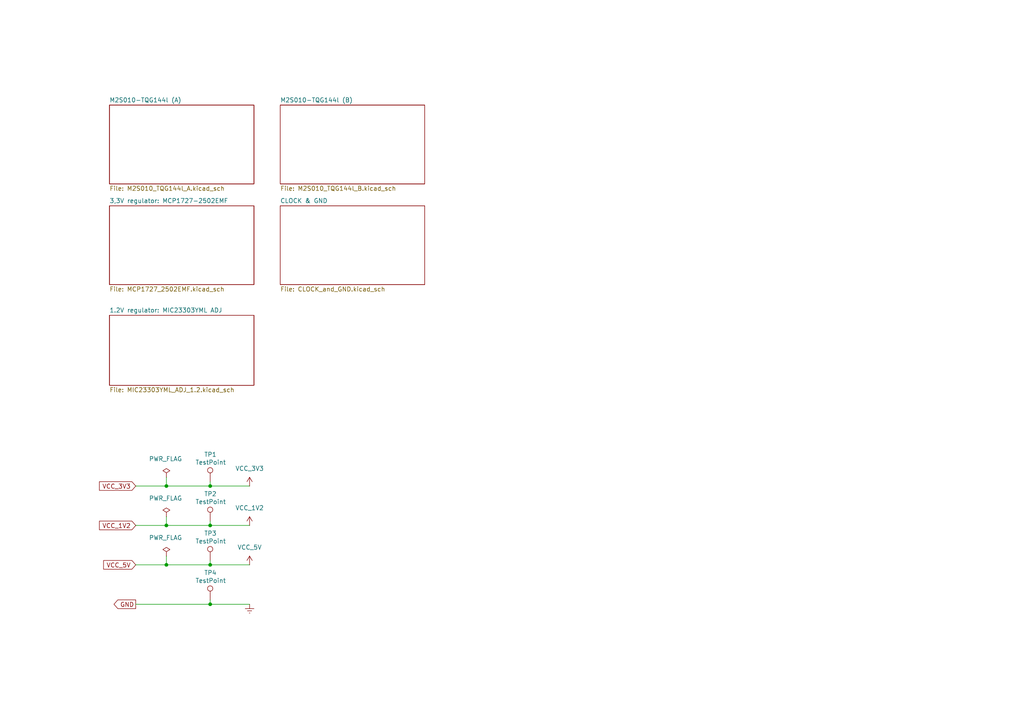
<source format=kicad_sch>
(kicad_sch (version 20231120) (generator "eeschema") (generator_version "8.0")
  (paper "A4")
  (title_block (title "FPGA - SmartFusion2") (company "IFSP - SBV, IFSP - GRU") (comment 2 "WILLIAN BUENO SANTOS") (comment 3 "ISRAEL RODRIGUES") (comment 4 "ADRIANO CÉSAR DE SOUSA PEREIRA"))
  (lib_symbols
    (symbol "Connector:TestPoint" (pin_numbers hide) (pin_names (offset 0.762) hide)
      (property "Reference" "TP" (at 0 6.858 0))
      (property "Value" "TestPoint" (at 0 5.08 0))
      (symbol "TestPoint_0_1"
        (circle (center 0 3.302) (radius 0.762))
      )
      (symbol "TestPoint_1_1"
        (pin passive line (at 0 0 90) (length 2.54) (name "1") (number "1"))
      )
    )
    (symbol "power:+3.3V" (power) (pin_numbers hide) (pin_names (offset 0) hide)
      (property "Value" "+3.3V" (at 0 3.556 0))
      (symbol "+3.3V_0_1"
        (polyline (pts (xy -0.762 1.27) (xy 0 2.54)))
        (polyline (pts (xy 0 0) (xy 0 2.54)))
        (polyline (pts (xy 0 2.54) (xy 0.762 1.27)))
      )
      (symbol "+3.3V_1_1"
        (pin power_in line (at 0 0 90) (length 0) (name "~") (number "1"))
      )
    )
    (symbol "power:Earth" (power) (pin_names (offset 0))
      (symbol "Earth_0_1"
        (polyline (pts (xy -0.635 -1.905) (xy 0.635 -1.905)))
        (polyline (pts (xy -0.127 -2.54) (xy 0.127 -2.54)))
        (polyline (pts (xy 0 -1.27) (xy 0 0)))
        (polyline (pts (xy 1.27 -1.27) (xy -1.27 -1.27)))
      )
      (symbol "Earth_1_1"
        (pin power_in line (at 0 0 270) (length 0) hide (name "Earth") (number "1"))
      )
    )
    (symbol "power:PWR_FLAG" (power) (pin_numbers hide) (pin_names (offset 0) hide)
      (property "Value" "PWR_FLAG" (at 0 3.81 0))
      (symbol "PWR_FLAG_0_0"
        (pin power_out line (at 0 0 90) (length 0) (name "~") (number "1"))
      )
      (symbol "PWR_FLAG_0_1"
        (polyline (pts (xy 0 0) (xy 0 1.27) (xy -1.016 1.905) (xy 0 2.54) (xy 1.016 1.905) (xy 0 1.27)))
      )
    )
  )
  (junction (at 60.96 140.97))
  (junction (at 48.26 140.97))
  (junction (at 60.96 175.26))
  (junction (at 48.26 163.83))
  (junction (at 48.26 152.4))
  (junction (at 60.96 163.83))
  (junction (at 60.96 152.4))
  (wire (pts (xy 48.26 163.83) (xy 60.96 163.83)))
  (wire (pts (xy 60.96 173.99) (xy 60.96 175.26)))
  (wire (pts (xy 48.26 138.43) (xy 48.26 140.97)))
  (wire (pts (xy 60.96 162.56) (xy 60.96 163.83)))
  (wire (pts (xy 39.37 140.97) (xy 48.26 140.97)))
  (wire (pts (xy 39.37 175.26) (xy 60.96 175.26)))
  (wire (pts (xy 48.26 149.86) (xy 48.26 152.4)))
  (wire (pts (xy 48.26 140.97) (xy 60.96 140.97)))
  (wire (pts (xy 60.96 163.83) (xy 72.39 163.83)))
  (wire (pts (xy 60.96 140.97) (xy 72.39 140.97)))
  (wire (pts (xy 39.37 152.4) (xy 48.26 152.4)))
  (wire (pts (xy 60.96 175.26) (xy 72.39 175.26)))
  (wire (pts (xy 48.26 161.29) (xy 48.26 163.83)))
  (wire (pts (xy 60.96 152.4) (xy 72.39 152.4)))
  (wire (pts (xy 60.96 139.7) (xy 60.96 140.97)))
  (wire (pts (xy 60.96 151.13) (xy 60.96 152.4)))
  (wire (pts (xy 39.37 163.83) (xy 48.26 163.83)))
  (wire (pts (xy 48.26 152.4) (xy 60.96 152.4)))
  (global_label "VCC_5V" (shape input) (at 39.37 163.83 180) (property "Intersheetrefs" "${INTERSHEET_REFS}" (effects (hide yes))))
  (global_label "VCC_3V3" (shape input) (at 39.37 140.97 180) (property "Intersheetrefs" "${INTERSHEET_REFS}" (effects (hide yes))))
  (global_label "VCC_1V2" (shape input) (at 39.37 152.4 180) (property "Intersheetrefs" "${INTERSHEET_REFS}" (effects (hide yes))))
  (global_label "GND" (shape output) (at 39.37 175.26 180) (property "Intersheetrefs" "${INTERSHEET_REFS}" (effects (hide yes))))
  (symbol (lib_id "power:+3.3V") (at 72.39 152.4 0) (unit 1)
    (property "Reference" "#PWR021" (effects (hide yes)))
    (property "Value" "VCC_1V2" (at 72.39 147.32 0))
    (property "Description" "Power symbol creates a global label with name \"+1.2V\"" (effects (hide yes)))
  )
  (symbol (lib_id "power:PWR_FLAG") (at 48.26 138.43 0) (unit 1)
    (property "Reference" "#FLG01" (effects (hide yes)))
    (property "Value" "PWR_FLAG" (at 48.006 133.096 0))
    (property "Description" "Special symbol for telling ERC where power comes from" (effects (hide yes)))
  )
  (symbol (lib_id "power:PWR_FLAG") (at 48.26 149.86 0) (unit 1)
    (property "Reference" "#FLG02" (effects (hide yes)))
    (property "Value" "PWR_FLAG" (at 48.006 144.526 0))
    (property "Description" "Special symbol for telling ERC where power comes from" (effects (hide yes)))
  )
  (symbol (lib_id "power:+3.3V") (at 72.39 163.83 0) (unit 1)
    (property "Reference" "#PWR023" (effects (hide yes)))
    (property "Value" "VCC_5V" (at 72.39 158.75 0))
    (property "Description" "Power symbol creates a global label with name \"+5V\"" (effects (hide yes)))
  )
  (symbol (lib_id "Connector:TestPoint") (at 60.96 162.56 0) (unit 1)
    (property "Reference" "TP3" (at 59.182 154.686 0) (effects (justify left)))
    (property "Value" "TestPoint" (at 56.642 156.972 0) (effects (justify left)))
    (property "Description" "test point" (effects (hide yes)))
  )
  (symbol (lib_id "power:PWR_FLAG") (at 48.26 161.29 0) (unit 1)
    (property "Reference" "#FLG03" (effects (hide yes)))
    (property "Value" "PWR_FLAG" (at 48.006 155.956 0))
    (property "Description" "Special symbol for telling ERC where power comes from" (effects (hide yes)))
  )
  (symbol (lib_id "power:Earth") (at 72.39 175.26 0) (unit 1)
    (property "Reference" "#PWR022" (effects (hide yes)))
    (property "Value" "Earth" (effects (hide yes)))
  )
  (symbol (lib_id "Connector:TestPoint") (at 60.96 173.99 0) (unit 1)
    (property "Reference" "TP4" (at 59.182 166.116 0) (effects (justify left)))
    (property "Value" "TestPoint" (at 56.642 168.402 0) (effects (justify left)))
    (property "Description" "test point" (effects (hide yes)))
  )
  (symbol (lib_id "Connector:TestPoint") (at 60.96 151.13 0) (unit 1)
    (property "Reference" "TP2" (at 59.182 143.256 0) (effects (justify left)))
    (property "Value" "TestPoint" (at 56.642 145.542 0) (effects (justify left)))
    (property "Description" "test point" (effects (hide yes)))
  )
  (symbol (lib_id "Connector:TestPoint") (at 60.96 139.7 0) (unit 1)
    (property "Reference" "TP1" (at 59.182 131.826 0) (effects (justify left)))
    (property "Value" "TestPoint" (at 56.642 134.112 0) (effects (justify left)))
    (property "Description" "test point" (effects (hide yes)))
  )
  (symbol (lib_id "power:+3.3V") (at 72.39 140.97 0) (unit 1)
    (property "Reference" "#PWR020" (effects (hide yes)))
    (property "Value" "VCC_3V3" (at 72.39 135.89 0))
    (property "Description" "Power symbol creates a global label with name \"+3.3V\"" (effects (hide yes)))
  )
  (sheet (at 31.75 91.44) (size 41.91 20.32) (stroke (width 0.1524))
    (property "Sheetname" "1.2V regulator: MIC23303YML ADJ" (at 31.75 90.7284 0) (effects (justify left bottom)))
    (property "Sheetfile" "MIC23303YML_ADJ_1.2.kicad_sch" (at 31.75 112.3446 0) (effects (justify left top)))
  )
  (sheet (at 31.75 59.69) (size 41.91 22.86) (stroke (width 0.1524))
    (property "Sheetname" "3,3V regulator: MCP1727-2502EMF" (at 31.75 58.9784 0) (effects (justify left bottom)))
    (property "Sheetfile" "MCP1727_2502EMF.kicad_sch" (at 31.75 83.1346 0) (effects (justify left top)))
  )
  (sheet (at 81.28 30.48) (size 41.91 22.86) (stroke (width 0.1524))
    (property "Sheetname" "M2S010-TQG144l (B)" (at 81.28 29.7684 0) (effects (justify left bottom)))
    (property "Sheetfile" "M2S010_TQG144l_B.kicad_sch" (at 81.28 53.9246 0) (effects (justify left top)))
  )
  (sheet (at 81.28 59.69) (size 41.91 22.86) (stroke (width 0.1524))
    (property "Sheetname" "CLOCK & GND" (at 81.28 58.9784 0) (effects (justify left bottom)))
    (property "Sheetfile" "CLOCK_and_GND.kicad_sch" (at 81.28 83.1346 0) (effects (justify left top)))
  )
  (sheet (at 31.75 30.48) (size 41.91 22.86) (stroke (width 0.1524))
    (property "Sheetname" "M2S010-TQG144l (A)" (at 31.75 29.7684 0) (effects (justify left bottom)))
    (property "Sheetfile" "M2S010_TQG144l_A.kicad_sch" (at 31.75 53.9246 0) (effects (justify left top)))
  )
)
</source>
